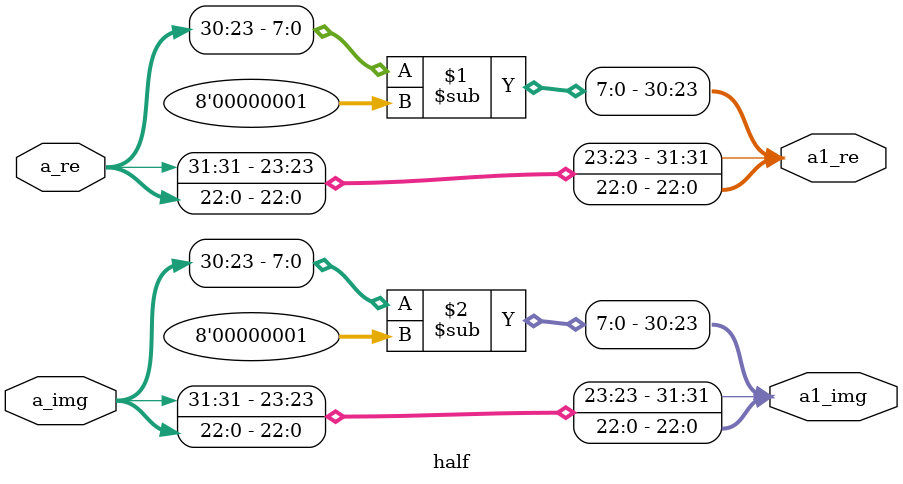
<source format=v>
`timescale 1ns / 1ps
module half(
    input [31:0] a_re,
    input [31:0] a_img,
    output [31:0] a1_re,
    output [31:0] a1_img
    );
assign a1_re[31]=a_re[31];
assign a1_img[31]=a_img[31];
assign a1_re[30:23]=a_re[30:23]-8'b00000001;
assign a1_img[30:23]=a_img[30:23]-8'b00000001;
assign a1_re[22:0]=a_re[22:0];
assign a1_img[22:0]=a_img[22:0];

endmodule

</source>
